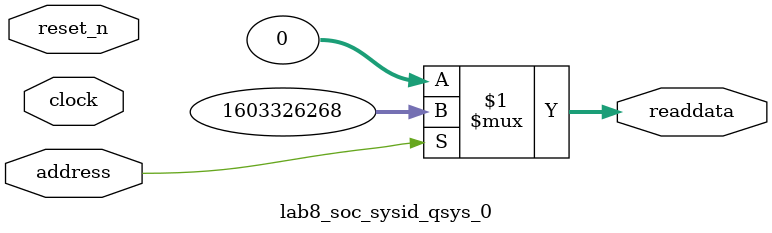
<source format=v>



// synthesis translate_off
`timescale 1ns / 1ps
// synthesis translate_on

// turn off superfluous verilog processor warnings 
// altera message_level Level1 
// altera message_off 10034 10035 10036 10037 10230 10240 10030 

module lab8_soc_sysid_qsys_0 (
               // inputs:
                address,
                clock,
                reset_n,

               // outputs:
                readdata
             )
;

  output  [ 31: 0] readdata;
  input            address;
  input            clock;
  input            reset_n;

  wire    [ 31: 0] readdata;
  //control_slave, which is an e_avalon_slave
  assign readdata = address ? 1603326268 : 0;

endmodule



</source>
